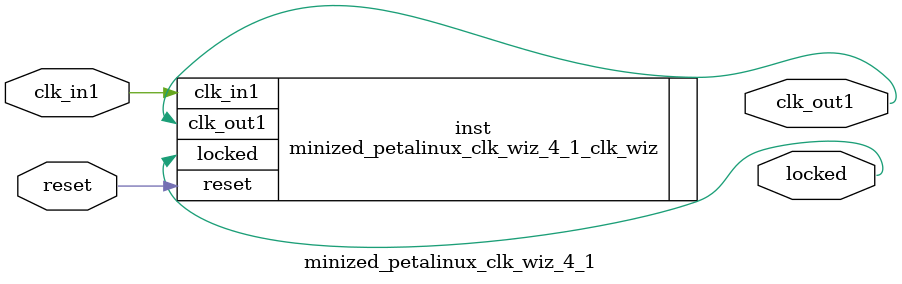
<source format=v>


`timescale 1ps/1ps

(* CORE_GENERATION_INFO = "minized_petalinux_clk_wiz_4_1,clk_wiz_v6_0_1_0_0,{component_name=minized_petalinux_clk_wiz_4_1,use_phase_alignment=true,use_min_o_jitter=false,use_max_i_jitter=false,use_dyn_phase_shift=false,use_inclk_switchover=false,use_dyn_reconfig=false,enable_axi=0,feedback_source=FDBK_AUTO,PRIMITIVE=MMCM,num_out_clk=1,clkin1_period=10.000,clkin2_period=10.000,use_power_down=false,use_reset=true,use_locked=true,use_inclk_stopped=false,feedback_type=SINGLE,CLOCK_MGR_TYPE=NA,manual_override=false}" *)

module minized_petalinux_clk_wiz_4_1 
 (
  // Clock out ports
  output        clk_out1,
  // Status and control signals
  input         reset,
  output        locked,
 // Clock in ports
  input         clk_in1
 );

  minized_petalinux_clk_wiz_4_1_clk_wiz inst
  (
  // Clock out ports  
  .clk_out1(clk_out1),
  // Status and control signals               
  .reset(reset), 
  .locked(locked),
 // Clock in ports
  .clk_in1(clk_in1)
  );

endmodule

</source>
